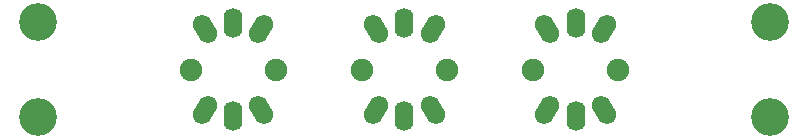
<source format=gbr>
%TF.GenerationSoftware,KiCad,Pcbnew,8.0.5*%
%TF.CreationDate,2024-10-25T13:02:38+02:00*%
%TF.ProjectId,ALIKEY03a,414c494b-4559-4303-9361-2e6b69636164,00*%
%TF.SameCoordinates,Original*%
%TF.FileFunction,Soldermask,Top*%
%TF.FilePolarity,Negative*%
%FSLAX46Y46*%
G04 Gerber Fmt 4.6, Leading zero omitted, Abs format (unit mm)*
G04 Created by KiCad (PCBNEW 8.0.5) date 2024-10-25 13:02:38*
%MOMM*%
%LPD*%
G01*
G04 APERTURE LIST*
G04 Aperture macros list*
%AMHorizOval*
0 Thick line with rounded ends*
0 $1 width*
0 $2 $3 position (X,Y) of the first rounded end (center of the circle)*
0 $4 $5 position (X,Y) of the second rounded end (center of the circle)*
0 Add line between two ends*
20,1,$1,$2,$3,$4,$5,0*
0 Add two circle primitives to create the rounded ends*
1,1,$1,$2,$3*
1,1,$1,$4,$5*%
G04 Aperture macros list end*
%ADD10HorizOval,1.587500X0.238125X0.412445X-0.238125X-0.412445X0*%
%ADD11HorizOval,1.587500X-0.238125X0.412445X0.238125X-0.412445X0*%
%ADD12C,1.905000*%
%ADD13O,1.587500X2.540000*%
%ADD14C,3.200000*%
G04 APERTURE END LIST*
D10*
%TO.C,K1*%
X92398550Y-64816837D03*
D11*
X92398550Y-71716763D03*
X87581050Y-64816837D03*
D10*
X87581050Y-71716763D03*
D12*
X86389800Y-68266800D03*
X93589800Y-68266800D03*
D13*
X89989800Y-64349300D03*
X89989800Y-72184300D03*
%TD*%
D14*
%TO.C,REF\u002A\u002A*%
X135489800Y-64266800D03*
%TD*%
D10*
%TO.C,K2*%
X106898550Y-64816837D03*
D11*
X106898550Y-71716763D03*
X102081050Y-64816837D03*
D10*
X102081050Y-71716763D03*
D12*
X100889800Y-68266800D03*
X108089800Y-68266800D03*
D13*
X104489800Y-64349300D03*
X104489800Y-72184300D03*
%TD*%
D14*
%TO.C,REF\u002A\u002A*%
X73489800Y-64266800D03*
%TD*%
%TO.C,REF\u002A\u002A*%
X73489800Y-72266800D03*
%TD*%
D10*
%TO.C,K3*%
X121398550Y-64816837D03*
D11*
X121398550Y-71716763D03*
X116581050Y-64816837D03*
D10*
X116581050Y-71716763D03*
D12*
X115389800Y-68266800D03*
X122589800Y-68266800D03*
D13*
X118989800Y-64349300D03*
X118989800Y-72184300D03*
%TD*%
D14*
%TO.C,REF\u002A\u002A*%
X135489800Y-72266800D03*
%TD*%
M02*

</source>
